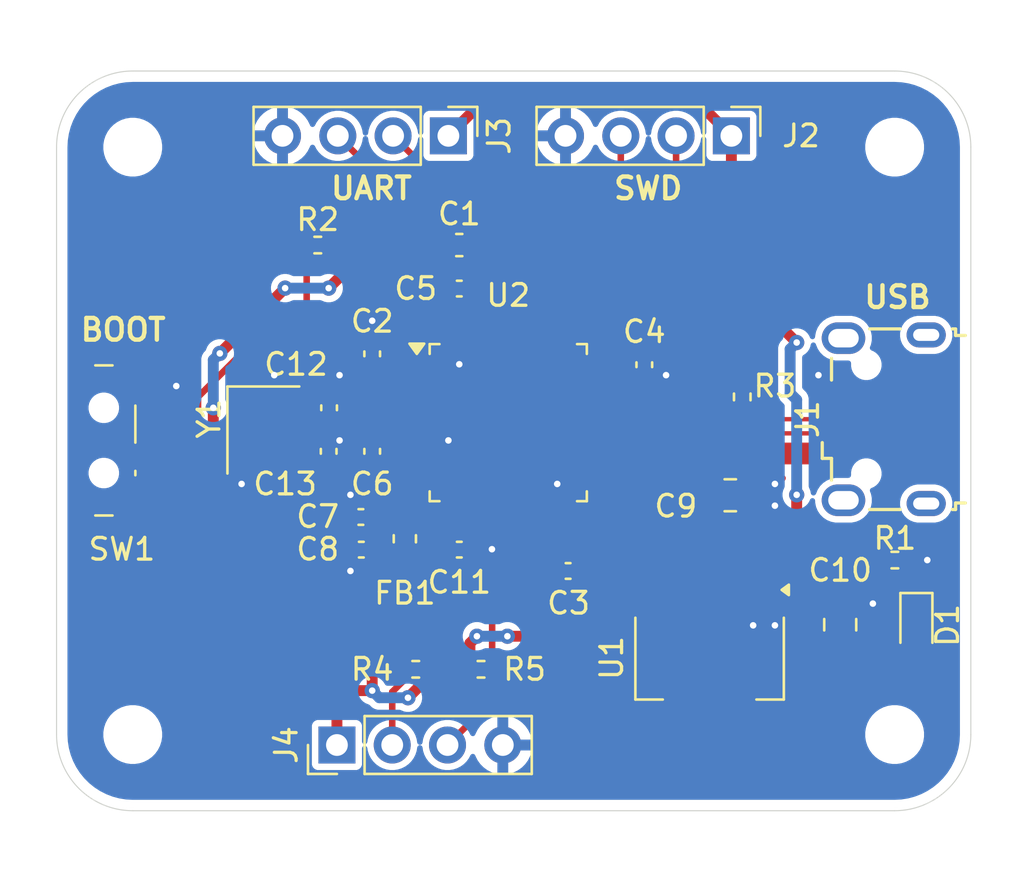
<source format=kicad_pcb>
(kicad_pcb (version 20241229) (generator "pcbnew") (generator_version "9.99")
  (layers (0 "F.Cu" signal) (2 "B.Cu" power) (13 "F.Paste" user) (15 "B.Paste" user) (5 "F.SilkS" user "F.Silkscreen") (7 "B.SilkS" user "B.Silkscreen") (1 "F.Mask" user) (3 "B.Mask" user) (25 "Edge.Cuts" user))
  (net 0 "")
  (net 1 "+3.3V")
  (net 2 "GND")
  (net 3 "+3.3VA")
  (net 4 "VBUS")
  (net 5 "/NRST")
  (net 6 "/HSE_IN")
  (net 7 "/HSE_UOT")
  (net 8 "/PWR-LED-K")
  (net 10 "/USB_D-")
  (net 14 "/USB_D+")
  (net 16 "/SWDIO")
  (net 17 "/SWCLK")
  (net 18 "/USART1_RX")
  (net 19 "/USART1_TX")
  (net 20 "/I2C2_SDA")
  (net 21 "/I2C2_SCL")
  (net 22 "/boot0")
  (net 23 "/sw_boot0")
  (footprint "Connector_PinHeader_2.54mm:PinHeader_1x04_P2.54mm_Vertical" (layer "F.Cu") (at 127.88 109 90)
    (property "Reference" "J4" (at 0 -2.33 90) (layer "F.SilkS"))
    (property "Value" "Conn_01x04_Pin")
    (fp_line (start -1.33 -1.33) (end 0 -1.33) (stroke (width 0.12)) (layer "F.SilkS"))
    (fp_line (start -1.33 0) (end -1.33 -1.33) (stroke (width 0.12)) (layer "F.SilkS"))
    (fp_line (start 1.33 1.27) (end 1.33 8.95) (stroke (width 0.12)) (layer "F.SilkS"))
    (fp_line (start -1.33 1.27) (end 1.33 1.27) (stroke (width 0.12)) (layer "F.SilkS"))
    (fp_line (start -1.33 1.27) (end -1.33 8.95) (stroke (width 0.12)) (layer "F.SilkS"))
    (fp_line (start -1.33 8.95) (end 1.33 8.95) (stroke (width 0.12)) (layer "F.SilkS"))
    (pad "1" thru_hole rect (at 0 0 90) (size 1.7 1.7) (drill 1) (layers "*.Cu" "*.Mask") (net 1 "+3.3V"))
    (pad "2" thru_hole oval (at 0 2.54 90) (size 1.7 1.7) (drill 1) (layers "*.Cu" "*.Mask") (net 21 "/I2C2_SCL"))
    (pad "3" thru_hole oval (at 0 5.08 90) (size 1.7 1.7) (drill 1) (layers "*.Cu" "*.Mask") (net 20 "/I2C2_SDA"))
    (pad "4" thru_hole oval (at 0 7.62 90) (size 1.7 1.7) (drill 1) (layers "*.Cu" "*.Mask") (net 2 "GND"))
  )
  (footprint "Capacitor_SMD:C_0402_1005Metric" (layer "F.Cu") (at 127.5 95.5 90)
    (property "Reference" "C13" (at -1.5 -2 0) (layer "F.SilkS"))
    (property "Value" "10p")
    (fp_line (start -0.107836 -0.36) (end 0.107836 -0.36) (stroke (width 0.12)) (layer "F.SilkS"))
    (fp_line (start -0.107836 0.36) (end 0.107836 0.36) (stroke (width 0.12)) (layer "F.SilkS"))
    (pad "1" smd roundrect (at -0.48 0 90) (size 0.56 0.62) (layers "F.Cu" "F.Mask" "F.Paste") (net 7 "/HSE_UOT"))
    (pad "2" smd roundrect (at 0.48 0 90) (size 0.56 0.62) (layers "F.Cu" "F.Mask" "F.Paste") (net 2 "GND"))
  )
  (footprint "Package_QFP:LQFP-48_7x7mm_P0.5mm" (layer "F.Cu") (at 135.75 94.1825)
    (property "Reference" "U2" (at 0 -5.85 0) (layer "F.SilkS"))
    (property "Value" "STM32F103C_8-B_Tx")
    (fp_line (start -3.61 -3.61) (end -3.61 -3.16) (stroke (width 0.12)) (layer "F.SilkS"))
    (fp_line (start -3.61 3.61) (end -3.61 3.16) (stroke (width 0.12)) (layer "F.SilkS"))
    (fp_line (start -3.16 -3.61) (end -3.61 -3.61) (stroke (width 0.12)) (layer "F.SilkS"))
    (fp_line (start -3.16 3.61) (end -3.61 3.61) (stroke (width 0.12)) (layer "F.SilkS"))
    (fp_line (start 3.16 -3.61) (end 3.61 -3.61) (stroke (width 0.12)) (layer "F.SilkS"))
    (fp_line (start 3.16 3.61) (end 3.61 3.61) (stroke (width 0.12)) (layer "F.SilkS"))
    (fp_line (start 3.61 -3.61) (end 3.61 -3.16) (stroke (width 0.12)) (layer "F.SilkS"))
    (fp_line (start 3.61 3.61) (end 3.61 3.16) (stroke (width 0.12)) (layer "F.SilkS"))
    (fp_poly (pts (xy -4.2 -3.16) (xy -4.54 -3.63) (xy -3.86 -3.63) (xy -4.2 -3.16)) (stroke (width 0.12)) (fill yes) (layer "F.SilkS"))
    (pad "1" smd roundrect (at -4.1625 -2.75) (size 1.475 0.3) (layers "F.Cu" "F.Mask" "F.Paste") (net 1 "+3.3V"))
    (pad "2" smd roundrect (at -4.1625 -2.25) (size 1.475 0.3) (layers "F.Cu" "F.Mask" "F.Paste"))
    (pad "3" smd roundrect (at -4.1625 -1.75) (size 1.475 0.3) (layers "F.Cu" "F.Mask" "F.Paste"))
    (pad "4" smd roundrect (at -4.1625 -1.25) (size 1.475 0.3) (layers "F.Cu" "F.Mask" "F.Paste"))
    (pad "5" smd roundrect (at -4.1625 -0.75) (size 1.475 0.3) (layers "F.Cu" "F.Mask" "F.Paste") (net 6 "/HSE_IN"))
    (pad "6" smd roundrect (at -4.1625 -0.25) (size 1.475 0.3) (layers "F.Cu" "F.Mask" "F.Paste") (net 7 "/HSE_UOT"))
    (pad "7" smd roundrect (at -4.1625 0.25) (size 1.475 0.3) (layers "F.Cu" "F.Mask" "F.Paste") (net 5 "/NRST"))
    (pad "8" smd roundrect (at -4.1625 0.75) (size 1.475 0.3) (layers "F.Cu" "F.Mask" "F.Paste") (net 2 "GND"))
    (pad "9" smd roundrect (at -4.1625 1.25) (size 1.475 0.3) (layers "F.Cu" "F.Mask" "F.Paste") (net 3 "+3.3VA"))
    (pad "10" smd roundrect (at -4.1625 1.75) (size 1.475 0.3) (layers "F.Cu" "F.Mask" "F.Paste"))
    (pad "11" smd roundrect (at -4.1625 2.25) (size 1.475 0.3) (layers "F.Cu" "F.Mask" "F.Paste"))
    (pad "12" smd roundrect (at -4.1625 2.75) (size 1.475 0.3) (layers "F.Cu" "F.Mask" "F.Paste"))
    (pad "13" smd roundrect (at -2.75 4.1625) (size 0.3 1.475) (layers "F.Cu" "F.Mask" "F.Paste"))
    (pad "14" smd roundrect (at -2.25 4.1625) (size 0.3 1.475) (layers "F.Cu" "F.Mask" "F.Paste"))
    (pad "15" smd roundrect (at -1.75 4.1625) (size 0.3 1.475) (layers "F.Cu" "F.Mask" "F.Paste"))
    (pad "16" smd roundrect (at -1.25 4.1625) (size 0.3 1.475) (layers "F.Cu" "F.Mask" "F.Paste"))
    (pad "17" smd roundrect (at -0.75 4.1625) (size 0.3 1.475) (layers "F.Cu" "F.Mask" "F.Paste"))
    (pad "18" smd roundrect (at -0.25 4.1625) (size 0.3 1.475) (layers "F.Cu" "F.Mask" "F.Paste"))
    (pad "19" smd roundrect (at 0.25 4.1625) (size 0.3 1.475) (layers "F.Cu" "F.Mask" "F.Paste"))
    (pad "20" smd roundrect (at 0.75 4.1625) (size 0.3 1.475) (layers "F.Cu" "F.Mask" "F.Paste"))
    (pad "21" smd roundrect (at 1.25 4.1625) (size 0.3 1.475) (layers "F.Cu" "F.Mask" "F.Paste") (net 21 "/I2C2_SCL"))
    (pad "22" smd roundrect (at 1.75 4.1625) (size 0.3 1.475) (layers "F.Cu" "F.Mask" "F.Paste") (net 20 "/I2C2_SDA"))
    (pad "23" smd roundrect (at 2.25 4.1625) (size 0.3 1.475) (layers "F.Cu" "F.Mask" "F.Paste") (net 2 "GND"))
    (pad "24" smd roundrect (at 2.75 4.1625) (size 0.3 1.475) (layers "F.Cu" "F.Mask" "F.Paste") (net 1 "+3.3V"))
    (pad "25" smd roundrect (at 4.1625 2.75) (size 1.475 0.3) (layers "F.Cu" "F.Mask" "F.Paste"))
    (pad "26" smd roundrect (at 4.1625 2.25) (size 1.475 0.3) (layers "F.Cu" "F.Mask" "F.Paste"))
    (pad "27" smd roundrect (at 4.1625 1.75) (size 1.475 0.3) (layers "F.Cu" "F.Mask" "F.Paste"))
    (pad "28" smd roundrect (at 4.1625 1.25) (size 1.475 0.3) (layers "F.Cu" "F.Mask" "F.Paste"))
    (pad "29" smd roundrect (at 4.1625 0.75) (size 1.475 0.3) (layers "F.Cu" "F.Mask" "F.Paste"))
    (pad "30" smd roundrect (at 4.1625 0.25) (size 1.475 0.3) (layers "F.Cu" "F.Mask" "F.Paste"))
    (pad "31" smd roundrect (at 4.1625 -0.25) (size 1.475 0.3) (layers "F.Cu" "F.Mask" "F.Paste"))
    (pad "32" smd roundrect (at 4.1625 -0.75) (size 1.475 0.3) (layers "F.Cu" "F.Mask" "F.Paste") (net 10 "/USB_D-"))
    (pad "33" smd roundrect (at 4.1625 -1.25) (size 1.475 0.3) (layers "F.Cu" "F.Mask" "F.Paste") (net 14 "/USB_D+"))
    (pad "34" smd roundrect (at 4.1625 -1.75) (size 1.475 0.3) (layers "F.Cu" "F.Mask" "F.Paste") (net 16 "/SWDIO"))
    (pad "35" smd roundrect (at 4.1625 -2.25) (size 1.475 0.3) (layers "F.Cu" "F.Mask" "F.Paste") (net 2 "GND"))
    (pad "36" smd roundrect (at 4.1625 -2.75) (size 1.475 0.3) (layers "F.Cu" "F.Mask" "F.Paste") (net 1 "+3.3V"))
    (pad "37" smd roundrect (at 2.75 -4.1625) (size 0.3 1.475) (layers "F.Cu" "F.Mask" "F.Paste") (net 17 "/SWCLK"))
    (pad "38" smd roundrect (at 2.25 -4.1625) (size 0.3 1.475) (layers "F.Cu" "F.Mask" "F.Paste"))
    (pad "39" smd roundrect (at 1.75 -4.1625) (size 0.3 1.475) (layers "F.Cu" "F.Mask" "F.Paste"))
    (pad "40" smd roundrect (at 1.25 -4.1625) (size 0.3 1.475) (layers "F.Cu" "F.Mask" "F.Paste"))
    (pad "41" smd roundrect (at 0.75 -4.1625) (size 0.3 1.475) (layers "F.Cu" "F.Mask" "F.Paste"))
    (pad "42" smd roundrect (at 0.25 -4.1625) (size 0.3 1.475) (layers "F.Cu" "F.Mask" "F.Paste") (net 19 "/USART1_TX"))
    (pad "43" smd roundrect (at -0.25 -4.1625) (size 0.3 1.475) (layers "F.Cu" "F.Mask" "F.Paste") (net 18 "/USART1_RX"))
    (pad "44" smd roundrect (at -0.75 -4.1625) (size 0.3 1.475) (layers "F.Cu" "F.Mask" "F.Paste") (net 22 "/boot0"))
    (pad "45" smd roundrect (at -1.25 -4.1625) (size 0.3 1.475) (layers "F.Cu" "F.Mask" "F.Paste"))
    (pad "46" smd roundrect (at -1.75 -4.1625) (size 0.3 1.475) (layers "F.Cu" "F.Mask" "F.Paste"))
    (pad "47" smd roundrect (at -2.25 -4.1625) (size 0.3 1.475) (layers "F.Cu" "F.Mask" "F.Paste") (net 2 "GND"))
    (pad "48" smd roundrect (at -2.75 -4.1625) (size 0.3 1.475) (layers "F.Cu" "F.Mask" "F.Paste") (net 1 "+3.3V"))
  )
  (footprint "Capacitor_SMD:C_0402_1005Metric" (layer "F.Cu") (at 127.52 93.5 90)
    (property "Reference" "C12" (at 2 -1.52 180) (layer "F.SilkS"))
    (property "Value" "10p")
    (fp_line (start -0.107836 -0.36) (end 0.107836 -0.36) (stroke (width 0.12)) (layer "F.SilkS"))
    (fp_line (start -0.107836 0.36) (end 0.107836 0.36) (stroke (width 0.12)) (layer "F.SilkS"))
    (pad "1" smd roundrect (at -0.48 0 90) (size 0.56 0.62) (layers "F.Cu" "F.Mask" "F.Paste") (net 6 "/HSE_IN"))
    (pad "2" smd roundrect (at 0.48 0 90) (size 0.56 0.62) (layers "F.Cu" "F.Mask" "F.Paste") (net 2 "GND"))
  )
  (footprint "Connector_PinHeader_2.54mm:PinHeader_1x04_P2.54mm_Vertical" (layer "F.Cu") (at 146 81 -90)
    (property "Reference" "J2" (at 0 -3.2 180) (layer "F.SilkS"))
    (property "Value" "Conn_01x04_Pin")
    (fp_line (start -1.33 8.95) (end 1.33 8.95) (stroke (width 0.12)) (layer "F.SilkS"))
    (fp_line (start -1.33 1.27) (end -1.33 8.95) (stroke (width 0.12)) (layer "F.SilkS"))
    (fp_line (start -1.33 1.27) (end 1.33 1.27) (stroke (width 0.12)) (layer "F.SilkS"))
    (fp_line (start 1.33 1.27) (end 1.33 8.95) (stroke (width 0.12)) (layer "F.SilkS"))
    (fp_line (start -1.33 0) (end -1.33 -1.33) (stroke (width 0.12)) (layer "F.SilkS"))
    (fp_line (start -1.33 -1.33) (end 0 -1.33) (stroke (width 0.12)) (layer "F.SilkS"))
    (pad "1" thru_hole rect (at 0 0 270) (size 1.7 1.7) (drill 1) (layers "*.Cu" "*.Mask") (net 1 "+3.3V"))
    (pad "2" thru_hole oval (at 0 2.54 270) (size 1.7 1.7) (drill 1) (layers "*.Cu" "*.Mask") (net 16 "/SWDIO"))
    (pad "3" thru_hole oval (at 0 5.08 270) (size 1.7 1.7) (drill 1) (layers "*.Cu" "*.Mask") (net 17 "/SWCLK"))
    (pad "4" thru_hole oval (at 0 7.62 270) (size 1.7 1.7) (drill 1) (layers "*.Cu" "*.Mask") (net 2 "GND"))
  )
  (footprint "Crystal:Crystal_SMD_3225-4Pin_3.2x2.5mm" (layer "F.Cu") (at 124.5 94.52 -90)
    (property "Reference" "Y1" (at -0.52 2.5 90) (layer "F.SilkS"))
    (property "Value" "16MHz")
    (fp_line (start -2 1.65) (end 2 1.65) (stroke (width 0.12)) (layer "F.SilkS"))
    (fp_line (start -2 -1.65) (end -2 1.65) (stroke (width 0.12)) (layer "F.SilkS"))
    (pad "1" smd rect (at -1.1 0.85 270) (size 1.4 1.2) (layers "F.Cu" "F.Mask" "F.Paste") (net 6 "/HSE_IN"))
    (pad "2" smd rect (at 1.1 0.85 270) (size 1.4 1.2) (layers "F.Cu" "F.Mask" "F.Paste") (net 2 "GND"))
    (pad "3" smd rect (at 1.1 -0.85 270) (size 1.4 1.2) (layers "F.Cu" "F.Mask" "F.Paste") (net 7 "/HSE_UOT"))
    (pad "4" smd rect (at -1.1 -0.85 270) (size 1.4 1.2) (layers "F.Cu" "F.Mask" "F.Paste") (net 2 "GND"))
  )
  (footprint "Capacitor_SMD:C_0402_1005Metric" (layer "F.Cu") (at 138.5 101 180)
    (property "Reference" "C3" (at -0.02 -1.48 0) (layer "F.SilkS"))
    (property "Value" "100n")
    (fp_line (start -0.107836 0.36) (end 0.107836 0.36) (stroke (width 0.12)) (layer "F.SilkS"))
    (fp_line (start -0.107836 -0.36) (end 0.107836 -0.36) (stroke (width 0.12)) (layer "F.SilkS"))
    (pad "1" smd roundrect (at -0.48 0 180) (size 0.56 0.62) (layers "F.Cu" "F.Mask" "F.Paste") (net 1 "+3.3V"))
    (pad "2" smd roundrect (at 0.48 0 180) (size 0.56 0.62) (layers "F.Cu" "F.Mask" "F.Paste") (net 2 "GND"))
  )
  (footprint "Resistor_SMD:R_0402_1005Metric" (layer "F.Cu") (at 131.5 105.52 180)
    (property "Reference" "R4" (at 2 0 0) (layer "F.SilkS"))
    (property "Value" "1K5")
    (fp_line (start -0.153641 0.38) (end 0.153641 0.38) (stroke (width 0.12)) (layer "F.SilkS"))
    (fp_line (start -0.153641 -0.38) (end 0.153641 -0.38) (stroke (width 0.12)) (layer "F.SilkS"))
    (pad "1" smd roundrect (at -0.51 0 180) (size 0.54 0.64) (layers "F.Cu" "F.Mask" "F.Paste") (net 1 "+3.3V"))
    (pad "2" smd roundrect (at 0.51 0 180) (size 0.54 0.64) (layers "F.Cu" "F.Mask" "F.Paste") (net 21 "/I2C2_SCL"))
  )
  (footprint "Capacitor_SMD:C_0805_2012Metric" (layer "F.Cu") (at 145.95 97.52)
    (property "Reference" "C9" (at -2.5 0.5 0) (layer "F.SilkS"))
    (property "Value" "22u")
    (fp_line (start -0.261252 -0.735) (end 0.261252 -0.735) (stroke (width 0.12)) (layer "F.SilkS"))
    (fp_line (start -0.261252 0.735) (end 0.261252 0.735) (stroke (width 0.12)) (layer "F.SilkS"))
    (pad "1" smd roundrect (at -0.95 0) (size 1 1.45) (layers "F.Cu" "F.Mask" "F.Paste") (net 4 "VBUS"))
    (pad "2" smd roundrect (at 0.95 0) (size 1 1.45) (layers "F.Cu" "F.Mask" "F.Paste") (net 2 "GND"))
  )
  (footprint "Connector_USB:USB_Micro-B_Wuerth_629105150521" (layer "F.Cu") (at 153 94.025 90)
    (property "Reference" "J1" (at 0 -3.5 90) (layer "F.SilkS"))
    (property "Value" "USB_B_Micro")
    (fp_line (start -1.075 -2.825) (end -1.8 -2.825) (stroke (width 0.15)) (layer "F.SilkS"))
    (fp_line (start -1.8 -2.825) (end -1.8 -2.4) (stroke (width 0.15)) (layer "F.SilkS"))
    (fp_line (start 1.8 -2.4) (end 2.8 -2.4) (stroke (width 0.15)) (layer "F.SilkS"))
    (fp_line (start -1.8 -2.4) (end -2.8 -2.4) (stroke (width 0.15)) (layer "F.SilkS"))
    (fp_line (start -4.15 -0.65) (end -4.15 0.75) (stroke (width 0.15)) (layer "F.SilkS"))
    (fp_line (start 4.15 0.75) (end 4.15 -0.65) (stroke (width 0.15)) (layer "F.SilkS"))
    (fp_line (start -4.15 3.15) (end -4.15 3.3) (stroke (width 0.15)) (layer "F.SilkS"))
    (fp_line (start 4.15 3.3) (end 4.15 3.15) (stroke (width 0.15)) (layer "F.SilkS"))
    (fp_line (start 3.85 3.3) (end 4.15 3.3) (stroke (width 0.15)) (layer "F.SilkS"))
    (fp_line (start -3.85 3.3) (end -3.85 3.75) (stroke (width 0.15)) (layer "F.SilkS"))
    (fp_line (start -4.15 3.3) (end -3.85 3.3) (stroke (width 0.15)) (layer "F.SilkS"))
    (fp_line (start 3.85 3.75) (end 3.85 3.3) (stroke (width 0.15)) (layer "F.SilkS"))
    (pad "" np_thru_hole oval (at -2.5 -0.8 90) (size 0.8 0.8) (drill 0.8) (layers "*.Cu" "*.Mask"))
    (pad "" np_thru_hole oval (at 2.5 -0.8 90) (size 0.8 0.8) (drill 0.8) (layers "*.Cu" "*.Mask"))
    (pad "1" smd rect (at -1.3 -1.9 90) (size 0.45 1.3) (layers "F.Cu" "F.Mask" "F.Paste") (net 4 "VBUS"))
    (pad "2" smd rect (at -0.65 -1.9 90) (size 0.45 1.3) (layers "F.Cu" "F.Mask" "F.Paste") (net 10 "/USB_D-"))
    (pad "3" smd rect (at 0 -1.9 90) (size 0.45 1.3) (layers "F.Cu" "F.Mask" "F.Paste") (net 14 "/USB_D+"))
    (pad "4" smd rect (at 0.65 -1.9 90) (size 0.45 1.3) (layers "F.Cu" "F.Mask" "F.Paste"))
    (pad "5" smd rect (at 1.3 -1.9 90) (size 0.45 1.3) (layers "F.Cu" "F.Mask" "F.Paste") (net 2 "GND"))
    (pad "6" thru_hole oval (at -3.875 1.95 90) (size 1.15 1.8) (drill oval 0.55 1.2) (property pad_prop_heatsink) (layers "*.Cu" "*.Mask"))
    (pad "6" thru_hole oval (at -3.725 -1.85 90) (size 1.45 2) (drill oval 0.85 1.4) (property pad_prop_heatsink) (layers "*.Cu" "*.Mask"))
    (pad "6" thru_hole oval (at 3.725 -1.85 90) (size 1.45 2) (drill oval 0.85 1.4) (property pad_prop_heatsink) (layers "*.Cu" "*.Mask"))
    (pad "6" thru_hole oval (at 3.875 1.95 90) (size 1.15 1.8) (drill oval 0.55 1.2) (property pad_prop_heatsink) (layers "*.Cu" "*.Mask"))
  )
  (footprint "Resistor_SMD:R_0402_1005Metric" (layer "F.Cu") (at 134.5 105.52)
    (property "Reference" "R5" (at 2 0 0) (layer "F.SilkS"))
    (property "Value" "1K5")
    (fp_line (start -0.153641 -0.38) (end 0.153641 -0.38) (stroke (width 0.12)) (layer "F.SilkS"))
    (fp_line (start -0.153641 0.38) (end 0.153641 0.38) (stroke (width 0.12)) (layer "F.SilkS"))
    (pad "1" smd roundrect (at -0.51 0) (size 0.54 0.64) (layers "F.Cu" "F.Mask" "F.Paste") (net 1 "+3.3V"))
    (pad "2" smd roundrect (at 0.51 0) (size 0.54 0.64) (layers "F.Cu" "F.Mask" "F.Paste") (net 20 "/I2C2_SDA"))
  )
  (footprint "MountingHole:MountingHole_2.2mm_M2" (layer "F.Cu") (at 118.5 108.52)
    (property "Reference" "H4" (hide yes))
    (property "Value" "MountingHole")
    (pad "" np_thru_hole circle (at 0 0) (size 2.2 2.2) (drill 2.2) (layers "*.Cu" "*.Mask"))
  )
  (footprint "MountingHole:MountingHole_2.2mm_M2" (layer "F.Cu") (at 153.5 81.52)
    (property "Reference" "H2" (hide yes))
    (property "Value" "MountingHole")
    (pad "" np_thru_hole circle (at 0 0) (size 2.2 2.2) (drill 2.2) (layers "*.Cu" "*.Mask"))
  )
  (footprint "LED_SMD:LED_0603_1608Metric" (layer "F.Cu") (at 154.5 103.5 -90)
    (property "Reference" "D1" (at 0 -1.43 90) (layer "F.SilkS"))
    (property "Value" "red")
    (fp_line (start -1.485 0.735) (end 0.8 0.735) (stroke (width 0.12)) (layer "F.SilkS"))
    (fp_line (start -1.485 -0.735) (end -1.485 0.735) (stroke (width 0.12)) (layer "F.SilkS"))
    (fp_line (start 0.8 -0.735) (end -1.485 -0.735) (stroke (width 0.12)) (layer "F.SilkS"))
    (pad "1" smd roundrect (at -0.7875 0 270) (size 0.875 0.95) (layers "F.Cu" "F.Mask" "F.Paste") (net 8 "/PWR-LED-K"))
    (pad "2" smd roundrect (at 0.7875 0 270) (size 0.875 0.95) (layers "F.Cu" "F.Mask" "F.Paste") (net 1 "+3.3V"))
  )
  (footprint "Capacitor_SMD:C_0402_1005Metric" (layer "F.Cu") (at 133.5 88.02)
    (property "Reference" "C5" (at -2 0 0) (layer "F.SilkS"))
    (property "Value" "100n")
    (fp_line (start -0.107836 -0.36) (end 0.107836 -0.36) (stroke (width 0.12)) (layer "F.SilkS"))
    (fp_line (start -0.107836 0.36) (end 0.107836 0.36) (stroke (width 0.12)) (layer "F.SilkS"))
    (pad "1" smd roundrect (at -0.48 0) (size 0.56 0.62) (layers "F.Cu" "F.Mask" "F.Paste") (net 1 "+3.3V"))
    (pad "2" smd roundrect (at 0.48 0) (size 0.56 0.62) (layers "F.Cu" "F.Mask" "F.Paste") (net 2 "GND"))
  )
  (footprint "MountingHole:MountingHole_2.2mm_M2" (layer "F.Cu") (at 118.5 81.52)
    (property "Reference" "H1" (hide yes))
    (property "Value" "MountingHole")
    (pad "" np_thru_hole circle (at 0 0) (size 2.2 2.2) (drill 2.2) (layers "*.Cu" "*.Mask"))
  )
  (footprint "Capacitor_SMD:C_0402_1005Metric" (layer "F.Cu") (at 133.5 100.02)
    (property "Reference" "C11" (at 0 1.5 0) (layer "F.SilkS"))
    (property "Value" "100n")
    (fp_line (start -0.107836 -0.36) (end 0.107836 -0.36) (stroke (width 0.12)) (layer "F.SilkS"))
    (fp_line (start -0.107836 0.36) (end 0.107836 0.36) (stroke (width 0.12)) (layer "F.SilkS"))
    (pad "1" smd roundrect (at -0.48 0) (size 0.56 0.62) (layers "F.Cu" "F.Mask" "F.Paste") (net 5 "/NRST"))
    (pad "2" smd roundrect (at 0.48 0) (size 0.56 0.62) (layers "F.Cu" "F.Mask" "F.Paste") (net 2 "GND"))
  )
  (footprint "MountingHole:MountingHole_2.2mm_M2" (layer "F.Cu") (at 153.5 108.52)
    (property "Reference" "H3" (hide yes))
    (property "Value" "MountingHole")
    (pad "" np_thru_hole circle (at 0 0) (size 2.2 2.2) (drill 2.2) (layers "*.Cu" "*.Mask"))
  )
  (footprint "Resistor_SMD:R_0402_1005Metric" (layer "F.Cu") (at 127 86.02)
    (property "Reference" "R2" (at 0 -1.17 0) (layer "F.SilkS"))
    (property "Value" "10k")
    (fp_line (start -0.153641 -0.38) (end 0.153641 -0.38) (stroke (width 0.12)) (layer "F.SilkS"))
    (fp_line (start -0.153641 0.38) (end 0.153641 0.38) (stroke (width 0.12)) (layer "F.SilkS"))
    (pad "1" smd roundrect (at -0.51 0) (size 0.54 0.64) (layers "F.Cu" "F.Mask" "F.Paste") (net 23 "/sw_boot0"))
    (pad "2" smd roundrect (at 0.51 0) (size 0.54 0.64) (layers "F.Cu" "F.Mask" "F.Paste") (net 22 "/boot0"))
  )
  (footprint "Capacitor_SMD:C_0805_2012Metric" (layer "F.Cu") (at 151 103.47 90)
    (property "Reference" "C10" (at 2.5 0 180) (layer "F.SilkS"))
    (property "Value" "22u")
    (fp_line (start -0.261252 -0.735) (end 0.261252 -0.735) (stroke (width 0.12)) (layer "F.SilkS"))
    (fp_line (start -0.261252 0.735) (end 0.261252 0.735) (stroke (width 0.12)) (layer "F.SilkS"))
    (pad "1" smd roundrect (at -0.95 0 90) (size 1 1.45) (layers "F.Cu" "F.Mask" "F.Paste") (net 1 "+3.3V"))
    (pad "2" smd roundrect (at 0.95 0 90) (size 1 1.45) (layers "F.Cu" "F.Mask" "F.Paste") (net 2 "GND"))
  )
  (footprint "Package_TO_SOT_SMD:SOT-223-3_TabPin2" (layer "F.Cu") (at 145 105 -90)
    (property "Reference" "U1" (at 0 4.5 90) (layer "F.SilkS"))
    (property "Value" "AMS1117-3.3")
    (fp_line (start -1.85 3.41) (end 1.91 3.41) (stroke (width 0.12)) (layer "F.SilkS"))
    (fp_line (start 1.91 3.41) (end 1.91 2.15) (stroke (width 0.12)) (layer "F.SilkS"))
    (fp_line (start -1.85 -3.41) (end 1.91 -3.41) (stroke (width 0.12)) (layer "F.SilkS"))
    (fp_line (start 1.91 -3.41) (end 1.91 -2.15) (stroke (width 0.12)) (layer "F.SilkS"))
    (fp_poly (pts (xy -3.13 -3.31) (xy -3.37 -3.64) (xy -2.89 -3.64) (xy -3.13 -3.31)) (stroke (width 0.12)) (fill yes) (layer "F.SilkS"))
    (pad "1" smd roundrect (at -3.15 -2.3 270) (size 2 1.5) (layers "F.Cu" "F.Mask" "F.Paste") (net 2 "GND"))
    (pad "2" smd roundrect (at -3.15 0 270) (size 2 1.5) (layers "F.Cu" "F.Mask" "F.Paste") (net 1 "+3.3V"))
    (pad "2" smd roundrect (at 3.15 0 270) (size 2 3.8) (layers "F.Cu" "F.Mask" "F.Paste") (net 1 "+3.3V"))
    (pad "3" smd roundrect (at -3.15 2.3 270) (size 2 1.5) (layers "F.Cu" "F.Mask" "F.Paste") (net 4 "VBUS"))
  )
  (footprint "Capacitor_SMD:C_0402_1005Metric" (layer "F.Cu") (at 142 91.52 -90)
    (property "Reference" "C4" (at -1.52 0 0) (layer "F.SilkS"))
    (property "Value" "100n")
    (fp_line (start -0.107836 0.36) (end 0.107836 0.36) (stroke (width 0.12)) (layer "F.SilkS"))
    (fp_line (start -0.107836 -0.36) (end 0.107836 -0.36) (stroke (width 0.12)) (layer "F.SilkS"))
    (pad "1" smd roundrect (at -0.48 0 270) (size 0.56 0.62) (layers "F.Cu" "F.Mask" "F.Paste") (net 1 "+3.3V"))
    (pad "2" smd roundrect (at 0.48 0 270) (size 0.56 0.62) (layers "F.Cu" "F.Mask" "F.Paste") (net 2 "GND"))
  )
  (footprint "Capacitor_SMD:C_0402_1005Metric" (layer "F.Cu") (at 129.5 95.5 90)
    (property "Reference" "C6" (at -1.5 0 180) (layer "F.SilkS"))
    (property "Value" "10n")
    (fp_line (start -0.107836 -0.36) (end 0.107836 -0.36) (stroke (width 0.12)) (layer "F.SilkS"))
    (fp_line (start -0.107836 0.36) (end 0.107836 0.36) (stroke (width 0.12)) (layer "F.SilkS"))
    (pad "1" smd roundrect (at -0.48 0 90) (size 0.56 0.62) (layers "F.Cu" "F.Mask" "F.Paste") (net 3 "+3.3VA"))
    (pad "2" smd roundrect (at 0.48 0 90) (size 0.56 0.62) (layers "F.Cu" "F.Mask" "F.Paste") (net 2 "GND"))
  )
  (footprint "Capacitor_SMD:C_0402_1005Metric" (layer "F.Cu") (at 129 100.02 180)
    (property "Reference" "C8" (at 2 0.02 0) (layer "F.SilkS"))
    (property "Value" "1u")
    (fp_line (start -0.107836 0.36) (end 0.107836 0.36) (stroke (width 0.12)) (layer "F.SilkS"))
    (fp_line (start -0.107836 -0.36) (end 0.107836 -0.36) (stroke (width 0.12)) (layer "F.SilkS"))
    (pad "1" smd roundrect (at -0.48 0 180) (size 0.56 0.62) (layers "F.Cu" "F.Mask" "F.Paste") (net 1 "+3.3V"))
    (pad "2" smd roundrect (at 0.48 0 180) (size 0.56 0.62) (layers "F.Cu" "F.Mask" "F.Paste") (net 2 "GND"))
  )
  (footprint "Connector_PinHeader_2.54mm:PinHeader_1x04_P2.54mm_Vertical" (layer "F.Cu") (at 133 81 -90)
    (property "Reference" "J3" (at 0 -2.33 90) (layer "F.SilkS"))
    (property "Value" "Conn_01x04_Pin")
    (fp_line (start -1.33 8.95) (end 1.33 8.95) (stroke (width 0.12)) (layer "F.SilkS"))
    (fp_line (start -1.33 1.27) (end -1.33 8.95) (stroke (width 0.12)) (layer "F.SilkS"))
    (fp_line (start -1.33 1.27) (end 1.33 1.27) (stroke (width 0.12)) (layer "F.SilkS"))
    (fp_line (start 1.33 1.27) (end 1.33 8.95) (stroke (width 0.12)) (layer "F.SilkS"))
    (fp_line (start -1.33 0) (end -1.33 -1.33) (stroke (width 0.12)) (layer "F.SilkS"))
    (fp_line (start -1.33 -1.33) (end 0 -1.33) (stroke (width 0.12)) (layer "F.SilkS"))
    (pad "1" thru_hole rect (at 0 0 270) (size 1.7 1.7) (drill 1) (layers "*.Cu" "*.Mask") (net 1 "+3.3V"))
    (pad "2" thru_hole oval (at 0 2.54 270) (size 1.7 1.7) (drill 1) (layers "*.Cu" "*.Mask") (net 19 "/USART1_TX"))
    (pad "3" thru_hole oval (at 0 5.08 270) (size 1.7 1.7) (drill 1) (layers "*.Cu" "*.Mask") (net 18 "/USART1_RX"))
    (pad "4" thru_hole oval (at 0 7.62 270) (size 1.7 1.7) (drill 1) (layers "*.Cu" "*.Mask") (net 2 "GND"))
  )
  (footprint "Resistor_SMD:R_0402_1005Metric" (layer "F.Cu") (at 146.5 93 90)
    (property "Reference" "R3" (at 0.5 1.5 180) (layer "F.SilkS"))
    (property "Value" "1k5")
    (fp_line (start -0.153641 -0.38) (end 0.153641 -0.38) (stroke (width 0.12)) (layer "F.SilkS"))
    (fp_line (start -0.153641 0.38) (end 0.153641 0.38) (stroke (width 0.12)) (layer "F.SilkS"))
    (pad "1" smd roundrect (at -0.51 0 90) (size 0.54 0.64) (layers "F.Cu" "F.Mask" "F.Paste") (net 14 "/USB_D+"))
    (pad "2" smd roundrect (at 0.51 0 90) (size 0.54 0.64) (layers "F.Cu" "F.Mask" "F.Paste") (net 1 "+3.3V"))
  )
  (footprint "Capacitor_SMD:C_0402_1005Metric" (layer "F.Cu") (at 128.98 98.52 180)
    (property "Reference" "C7" (at 1.98 0.02 0) (layer "F.SilkS"))
    (property "Value" "1u")
    (fp_line (start -0.107836 0.36) (end 0.107836 0.36) (stroke (width 0.12)) (layer "F.SilkS"))
    (fp_line (start -0.107836 -0.36) (end 0.107836 -0.36) (stroke (width 0.12)) (layer "F.SilkS"))
    (pad "1" smd roundrect (at -0.48 0 180) (size 0.56 0.62) (layers "F.Cu" "F.Mask" "F.Paste") (net 3 "+3.3VA"))
    (pad "2" smd roundrect (at 0.48 0 180) (size 0.56 0.62) (layers "F.Cu" "F.Mask" "F.Paste") (net 2 "GND"))
  )
  (footprint "Capacitor_SMD:C_0402_1005Metric" (layer "F.Cu") (at 129.5 91.02 90)
    (property "Reference" "C2" (at 1.5 0 180) (layer "F.SilkS"))
    (property "Value" "100n")
    (fp_line (start -0.107836 -0.36) (end 0.107836 -0.36) (stroke (width 0.12)) (layer "F.SilkS"))
    (fp_line (start -0.107836 0.36) (end 0.107836 0.36) (stroke (width 0.12)) (layer "F.SilkS"))
    (pad "1" smd roundrect (at -0.48 0 90) (size 0.56 0.62) (layers "F.Cu" "F.Mask" "F.Paste") (net 1 "+3.3V"))
    (pad "2" smd roundrect (at 0.48 0 90) (size 0.56 0.62) (layers "F.Cu" "F.Mask" "F.Paste") (net 2 "GND"))
  )
  (footprint "Resistor_SMD:R_0402_1005Metric" (layer "F.Cu") (at 153.51 100.5 180)
    (property "Reference" "R1" (at 0 1 0) (layer "F.SilkS"))
    (property "Value" "1k5")
    (fp_line (start -0.153641 0.38) (end 0.153641 0.38) (stroke (width 0.12)) (layer "F.SilkS"))
    (fp_line (start -0.153641 -0.38) (end 0.153641 -0.38) (stroke (width 0.12)) (layer "F.SilkS"))
    (pad "1" smd roundrect (at -0.51 0 180) (size 0.54 0.64) (layers "F.Cu" "F.Mask" "F.Paste") (net 2 "GND"))
    (pad "2" smd roundrect (at 0.51 0 180) (size 0.54 0.64) (layers "F.Cu" "F.Mask" "F.Paste") (net 8 "/PWR-LED-K"))
  )
  (footprint "Button_Switch_SMD:SW_SPDT_PCM12" (layer "F.Cu") (at 117.5 95 -90)
    (property "Reference" "SW1" (at 5 -0.5 0) (layer "F.SilkS"))
    (property "Value" "SW_SPDT")
    (fp_line (start 3.45 0.72) (end 3.45 -0.07) (stroke (width 0.12)) (layer "F.SilkS"))
    (fp_line (start -3.45 -0.07) (end -3.45 0.72) (stroke (width 0.12)) (layer "F.SilkS"))
    (fp_line (start -1.6 -1.12) (end 0.1 -1.12) (stroke (width 0.12)) (layer "F.SilkS"))
    (fp_line (start 1.4 -1.12) (end 1.6 -1.12) (stroke (width 0.12)) (layer "F.SilkS"))
    (pad "" smd rect (at -3.65 -0.78 270) (size 1 0.8) (layers "F.Cu" "F.Mask" "F.Paste"))
    (pad "" smd rect (at -3.65 1.43 270) (size 1 0.8) (layers "F.Cu" "F.Mask" "F.Paste"))
    (pad "" np_thru_hole circle (at -1.5 0.33 270) (size 0.9 0.9) (drill 0.9) (layers "*.Cu" "*.Mask"))
    (pad "" np_thru_hole circle (at 1.5 0.33 270) (size 0.9 0.9) (drill 0.9) (layers "*.Cu" "*.Mask"))
    (pad "" smd rect (at 3.65 -0.78 270) (size 1 0.8) (layers "F.Cu" "F.Mask" "F.Paste"))
    (pad "" smd rect (at 3.65 1.43 270) (size 1 0.8) (layers "F.Cu" "F.Mask" "F.Paste"))
    (pad "1" smd rect (at -2.25 -1.43 270) (size 0.7 1.5) (layers "F.Cu" "F.Mask" "F.Paste") (net 2 "GND"))
    (pad "2" smd rect (at 0.75 -1.43 270) (size 0.7 1.5) (layers "F.Cu" "F.Mask" "F.Paste") (net 23 "/sw_boot0"))
    (pad "3" smd rect (at 2.25 -1.43 270) (size 0.7 1.5) (layers "F.Cu" "F.Mask" "F.Paste") (net 1 "+3.3V"))
  )
  (footprint "Inductor_SMD:L_0603_1608Metric" (layer "F.Cu") (at 131 99.52 -90)
    (property "Reference" "FB1" (at 2.5 0 180) (layer "F.SilkS"))
    (property "Value" "120R")
    (fp_line (start -0.162779 0.51) (end 0.162779 0.51) (stroke (width 0.12)) (layer "F.SilkS"))
    (fp_line (start -0.162779 -0.51) (end 0.162779 -0.51) (stroke (width 0.12)) (layer "F.SilkS"))
    (pad "1" smd roundrect (at -0.7875 0 270) (size 0.875 0.95) (layers "F.Cu" "F.Mask" "F.Paste") (net 3 "+3.3VA"))
    (pad "2" smd roundrect (at 0.7875 0 270) (size 0.875 0.95) (layers "F.Cu" "F.Mask" "F.Paste") (net 1 "+3.3V"))
  )
  (footprint "Capacitor_SMD:C_0603_1608Metric" (layer "F.Cu") (at 133.5 86.02)
    (property "Reference" "C1" (at 0 -1.43 0) (layer "F.SilkS"))
    (property "Value" "10u")
    (fp_line (start -0.14058 -0.51) (end 0.14058 -0.51) (stroke (width 0.12)) (layer "F.SilkS"))
    (fp_line (start -0.14058 0.51) (end 0.14058 0.51) (stroke (width 0.12)) (layer "F.SilkS"))
    (pad "1" smd roundrect (at -0.775 0) (size 0.9 0.95) (layers "F.Cu" "F.Mask" "F.Paste") (net 1 "+3.3V"))
    (pad "2" smd roundrect (at 0.775 0) (size 0.9 0.95) (layers "F.Cu" "F.Mask" "F.Paste") (net 2 "GND"))
  )
  (gr_arc (start 118.5 112.02) (mid 116.025126 110.994874) (end 115 108.52) (stroke (width 0.05)) (layer "Edge.Cuts"))
  (gr_arc (start 157 108.52) (mid 155.974874 110.994874) (end 153.5 112.02) (stroke (width 0.05)) (layer "Edge.Cuts"))
  (gr_arc (start 115 81.52) (mid 116.025126 79.045126) (end 118.5 78.02) (stroke (width 0.05)) (layer "Edge.Cuts"))
  (gr_line (start 118.5 112.02) (end 153.5 112.02) (stroke (width 0.05)) (layer "Edge.Cuts"))
  (gr_line (start 115 81.52) (end 115 108.52) (stroke (width 0.05)) (layer "Edge.Cuts"))
  (gr_arc (start 153.5 78.02) (mid 155.974874 79.045126) (end 157 81.52) (stroke (width 0.05)) (layer "Edge.Cuts"))
  (gr_line (start 157 108.52) (end 157 81.52) (stroke (width 0.05)) (layer "Edge.Cuts"))
  (gr_line (start 153.5 78.02) (end 118.5 78.02) (stroke (width 0.05)) (layer "Edge.Cuts"))
  (gr_text "USB" (at 152 89 0) (layer "F.SilkS") (effects (font (size 1 1) (thickness 0.2) (bold yes)) (justify left bottom)))
  (gr_text "UART\n" (at 127.5 84 0) (layer "F.SilkS") (effects (font (size 1 1) (thickness 0.2) (bold yes)) (justify left bottom)))
  (gr_text "SWD" (at 140.5 84 0) (layer "F.SilkS") (effects (font (size 1 1) (thickness 0.2) (bold yes)) (justify left bottom)))
  (gr_text "BOOT" (at 116 90.5 0) (layer "F.SilkS") (effects (font (size 1 1) (thickness 0.2) (bold yes)) (justify left bottom)))
  (segment (start 151.347528 100) (end 149 100) (width 0.5) (layer "F.Cu") (net 1))
  (segment (start 132.725 86.02) (end 132.725 86.725) (width 0.5) (layer "F.Cu") (net 1))
  (segment (start 133.99 105.52) (end 132.01 105.52) (width 0.5) (layer "F.Cu") (net 1))
  (segment (start 129.5 106.5) (end 128 106.5) (width 0.5) (layer "F.Cu") (net 1))
  (segment (start 149 100) (end 149 97.5) (width 0.5) (layer "F.Cu") (net 1))
  (segment (start 138.5 99.5) (end 139 100) (width 0.3) (layer "F.Cu") (net 1))
  (segment (start 144.5 87.5) (end 142 90) (width 0.5) (layer "F.Cu") (net 1))
  (segment (start 135 79) (end 133 81) (width 0.5) (layer "F.Cu") (net 1))
  (segment (start 138.98 107.98) (end 138.98 104) (width 0.5) (layer "F.Cu") (net 1))
  (segment (start 149 90.5) (end 146 87.5) (width 0.5) (layer "F.Cu") (net 1))
  (segment (start 139 100) (end 138.98 100.02) (width 0.3) (layer "F.Cu") (net 1))
  (segment (start 150 107.5) (end 150 110) (width 0.5) (layer "F.Cu") (net 1))
  (segment (start 138.5 98.345) (end 138.5 99.5) (width 0.3) (layer "F.Cu") (net 1))
  (segment (start 146 87.5) (end 146 81) (width 0.5) (layer "F.Cu") (net 1))
  (segment (start 151 104.42) (end 153 104.42) (width 0.5) (layer "F.Cu") (net 1))
  (segment (start 142 90) (end 142 91.04) (width 0.5) (layer "F.Cu") (net 1))
  (segment (start 133 90.02) (end 133 88.04) (width 0.3) (layer "F.Cu") (net 1))
  (segment (start 129.5 101.8075) (end 131 100.3075) (width 0.5) (layer "F.Cu") (net 1))
  (segment (start 130.5 91.5) (end 129.5 91.5) (width 0.3) (layer "F.Cu") (net 1))
  (segment (start 154.3675 104.42) (end 154.5 104.2875) (width 0.5) (layer "F.Cu") (net 1))
  (segment (start 127.88 106.62) (end 127.88 109) (width 0.5) (layer "F.Cu") (net 1))
  (segment (start 134.31 104) (end 133.99 104.32) (width 0.5) (layer "F.Cu") (net 1))
  (segment (start 153.301 101.953472) (end 151.347528 100) (width 0.5) (layer "F.Cu") (net 1))
  (segment (start 153.301 104.119) (end 153.301 101.953472) (width 0.5) (layer "F.Cu") (net 1))
  (segment (start 133.02 87.02) (end 133.02 88.02) (width 0.5) (layer "F.Cu") (net 1))
  (segment (start 128 106.5) (end 127.5 106.5) (width 0.5) (layer "F.Cu") (net 1))
  (segment (start 130.5675 91.4325) (end 131.5875 91.4325) (width 0.3) (layer "F.Cu") (net 1))
  (segment (start 132.01 105.52) (end 132.01 105.95995) (width 0.5) (layer "F.Cu") (net 1))
  (segment (start 138.98 100.02) (end 138.98 101) (width 0.3) (layer "F.Cu") (net 1))
  (segment (start 146 81) (end 144 79) (width 0.5) (layer "F.Cu") (net 1))
  (segment (start 131 100.3075) (end 129.7675 100.3075) (width 0.5) (layer "F.Cu") (net 1))
  (segment (start 129.5 106.5) (end 129.5 101.8075) (width 0.5) (layer "F.Cu") (net 1))
  (segment (start 124 103) (end 122.2 101.2) (width 0.5) (layer "F.Cu") (net 1))
  (segment (start 138.98 104) (end 138.98 101) (width 0.5) (layer "F.Cu") (net 1))
  (segment (start 139.9125 91.4325) (end 140.305 91.04) (width 0.3) (layer "F.Cu") (net 1))
  (segment (start 138.98 104) (end 135.71 104) (width 0.5) (layer "F.Cu") (net 1))
  (segment (start 122.2 97) (end 122.2 93.5) (width 0.5) (layer "F.Cu") (net 1))
  (segment (start 144 79) (end 135 79) (width 0.5) (layer "F.Cu") (net 1))
  (segment (start 127.5 88) (end 129.48 86.02) (width 0.5) (layer "F.Cu") (net 1))
  (segment (start 129.7675 100.3075) (end 129.48 100.02) (width 0.5) (layer "F.Cu") (net 1))
  (segment (start 131.5875 91.4325) (end 133 90.02) (width 0.3) (layer "F.Cu") (net 1))
  (segment (start 150 110) (end 141 110) (width 0.5) (layer "F.Cu") (net 1))
  (segment (start 127.5 106.5) (end 124 103) (width 0.5) (layer "F.Cu") (net 1))
  (segment (start 128 106.5) (end 127.88 106.62) (width 0.5) (layer "F.Cu") (net 1))
  (segment (start 133.99 104.32) (end 133.99 105.52) (width 0.5) (layer "F.Cu") (net 1))
  (segment (start 122.2 101.2) (end 122.2 97) (width 0.5) (layer "F.Cu") (net 1))
  (segment (start 132.725 86.725) (end 133.02 87.02) (width 0.5) (layer "F.Cu") (net 1))
  (segment (start 146.5 88) (end 146.5 92.49) (width 0.5) (layer "F.Cu") (net 1))
  (segment (start 122.2 97) (end 121.95 97.25) (width 0.5) (layer "F.Cu") (net 1))
  (segment (start 153 104.5) (end 150 107.5) (width 0.5) (layer "F.Cu") (net 1))
  (segment (start 140.305 91.04) (end 142 91.04) (width 0.3) (layer "F.Cu") (net 1))
  (segment (start 132.01 105.95995) (end 131.141904 106.828046) (width 0.5) (layer "F.Cu") (net 1))
  (segment (start 133 88.04) (end 133.02 88.02) (width 0.3) (layer "F.Cu") (net 1))
  (segment (start 141 110) (end 138.98 107.98) (width 0.5) (layer "F.Cu") (net 1))
  (segment (start 153 104.42) (end 154.3675 104.42) (width 0.5) (layer "F.Cu") (net 1))
  (segment (start 130.5 91.5) (end 130.5675 91.4325) (width 0.3) (layer "F.Cu") (net 1))
  (segment (start 121.95 97.25) (end 118.93 97.25) (width 0.5) (layer "F.Cu") (net 1))
  (segment (start 145.5 87.5) (end 144.5 87.5) (width 0.5) (layer "F.Cu") (net 1))
  (segment (start 153 104.42) (end 153.301 104.119) (width 0.5) (layer "F.Cu") (net 1))
  (segment (start 129.48 86.02) (end 132.725 86.02) (width 0.5) (layer "F.Cu") (net 1))
  (segment (start 153 104.42) (end 153 104.5) (width 0.5) (layer "F.Cu") (net 1))
  (segment (start 122.5 91) (end 125.5 88) (width 0.5) (layer "F.Cu") (net 1))
  (segment (start 146 87.5) (end 145.5 87.5) (width 0.5) (layer "F.Cu") (net 1))
  (via (at 149 97.5) (size 0.7) (drill 0.3) (layers "F.Cu" "B.Cu") (net 1))
  (via (at 122.5 91) (size 0.7) (drill 0.3) (layers "F.Cu" "B.Cu") (net 1))
  (via (at 125.5 88) (size 0.7) (drill 0.3) (layers "F.Cu" "B.Cu") (net 1))
  (via (at 131.141904 106.828046) (size 0.7) (drill 0.3) (layers "F.Cu" "B.Cu") (net 1))
  (via (at 134.31 104) (size 0.7) (drill 0.3) (layers "F.Cu" "B.Cu") (net 1))
  (via (at 122.2 93.5) (size 0.7) (drill 0.3) (layers "F.Cu" "B.Cu") (net 1))
  (via (at 135.71 104) (size 0.7) (drill 0.3) (layers "F.Cu" "B.Cu") (net 1))
  (via (at 129.5 106.5) (size 0.7) (drill 0.3) (layers "F.Cu" "B.Cu") (net 1))
  (via (at 149 90.5) (size 0.7) (drill 0.3) (layers "F.Cu" "B.Cu") (net 1))
  (via (at 127.5 88) (size 0.7) (drill 0.3) (layers "F.Cu" "B.Cu") (net 1))
  (segment (start 135.71 104) (end 134.31 104) (width 0.5) (layer "B.Cu") (net 1))
  (segment (start 148.699 92.831786) (end 148.699 90.801) (width 0.5) (layer "B.Cu") (net 1))
  (segment (start 122.2 93.5) (end 122.2 91.3) (width 0.5) (layer "B.Cu") (net 1))
  (segment (start 149 93.132786) (end 148.699 92.831786) (width 0.5) (layer "B.Cu") (net 1))
  (segment (start 131.141904 106.828046) (end 129.828046 106.828046) (width 0.5) (layer "B.Cu") (net 1))
  (segment (start 149 97.5) (end 149 93.132786) (width 0.5) (layer "B.Cu") (net 1))
  (segment (start 125.5 88) (end 127.5 88) (width 0.5) (layer "B.Cu") (net 1))
  (segment (start 129.828046 106.828046) (end 129.5 106.5) (width 0.5) (layer "B.Cu") (net 1))
  (segment (start 148.699 90.801) (end 149 90.5) (width 0.5) (layer "B.Cu") (net 1))
  (segment (start 122.2 91.3) (end 122.5 91) (width 0.5) (layer "B.Cu") (net 1))
  (segment (start 134.275 86.725) (end 133.98 87.02) (width 0.5) (layer "F.Cu") (net 2))
  (segment (start 128.52 100.98) (end 128.5 101) (width 0.5) (layer "F.Cu") (net 2))
  (segment (start 123.65 96.85) (end 123.5 97) (width 0.5) (layer "F.Cu") (net 2))
  (segment (start 127.52 92.48) (end 128 92) (width 0.5) (layer "F.Cu") (net 2))
  (segment (start 129.6075 94.9325) (end 129.5 95.04) (width 0.3) (layer "F.Cu") (net 2))
  (segment (start 132.9325 94.9325) (end 133 95) (width 0.3) (layer "F.Cu") (net 2))
  (segment (start 141.9325 91.9325) (end 142 92) (width 0.3) (layer "F.Cu") (net 2))
  (segment (start 118.93 92.75) (end 120.25 92.75) (width 0.3) (layer "F.Cu") (net 2))
  (segment (start 127.98 95.02) (end 128 95) (width 0.3) (layer "F.Cu") (net 2))
  (segment (start 134.275 86.02) (end 134.275 86.725) (width 0.5) (layer "F.Cu") (net 2))
  (segment (start 128.52 100.02) (end 128.52 100.98) (width 0.5) (layer "F.Cu") (net 2))
  (segment (start 133.5 90.02) (end 133.5 91.5) (width 0.3) (layer "F.Cu") (net 2))
  (segment (start 125.35 93.42) (end 125.35 92.35) (width 0.5) (layer "F.Cu") (net 2))
  (segment (start 138 98.345) (end 138 97) (width 0.3) (layer "F.Cu") (net 2))
  (segment (start 154.02 100.5) (end 155 100.5) (width 0.5) (layer "F.Cu") (net 2))
  (segment (start 131.5875 94.9325) (end 129.6075 94.9325) (width 0.3) (layer "F.Cu") (net 2))
  (segment (start 129.5 90.54) (end 129.5 89.5) (width 0.5) (layer "F.Cu") (net 2))
  (segment (start 127.5 95.02) (end 127.98 95.02) (width 0.3) (layer "F.Cu") (net 2))
  (segment (start 142 92) (end 143 92) (width 0.3) (layer "F.Cu") (net 2))
  (segment (start 133.98 88.52) (end 133.5 89) (width 0.3) (layer "F.Cu") (net 2))
  (segment (start 150 92) (end 150.725 92.725) (width 0.3) (layer "F.Cu") (net 2))
  (segment (start 123.65 95.62) (end 123.65 96.85) (width 0.5) (layer "F.Cu") (net 2))
  (segment (start 133.98 87.02) (end 133.98 88.02) (width 0.5) (layer "F.Cu") (net 2))
  (segment (start 120.25 92.75) (end 120.5 92.5) (width 0.3) (layer "F.Cu") (net 2))
  (segment (start 134.98 100.02) (end 135 100) (width 0.5) (layer "F.Cu") (net 2))
  (segment (start 150.725 92.725) (end 151.345 92.725) (width 0.3) (layer "F.Cu") (net 2))
  (segment (start 128.5 98.52) (end 128.5 97.5) (width 0.5) (layer "F.Cu") (net 2))
  (segment (start 133.98 88.02) (end 133.98 88.52) (width 0.3) (layer "F.Cu") (net 2))
  (segment (start 138 98.345) (end 138 100.98) (width 0.3) (layer "F.Cu") (net 2))
  (segment (start 127.52 93.02) (end 127.52 92.48) (width 0.5) (layer "F.Cu") (net 2))
  (segment (start 139.9125 91.9325) (end 141.9325 91.9325) (width 0.3) (layer "F.Cu") (net 2))
  (segment (start 131.5875 94.9325) (end 132.9325 94.9325) (width 0.3) (layer "F.Cu") (net 2))
  (segment (start 138 100.98) (end 138.02 101) (width 0.3) (layer "F.Cu") (net 2))
  (segment (start 125.35 92.35) (end 125 92) (width 0.5) (layer "F.Cu") (net 2))
  (segment (start 133.98 100.02) (end 134.98 100.02) (width 0.5) (layer "F.Cu") (net 2))
  (segment (start 133.5 90.02) (end 133.5 89) (width 0.3) (layer "F.Cu") (net 2))
  (via (at 120.5 92.5) (size 0.7) (drill 0.3) (layers "F.Cu" "B.Cu") (net 2))
  (via (at 143 92) (size 0.7) (drill 0.3) (layers "F.Cu" "B.Cu") (net 2))
  (via (at 128 92) (size 0.7) (drill 0.3) (layers "F.Cu" "B.Cu") (net 2))
  (via (at 123.5 97) (size 0.7) (drill 0.3) (layers "F.Cu" "B.Cu") (net 2))
  (via (at 135 100) (size 0.7) (drill 0.3) (layers "F.Cu" "B.Cu") (net 2))
  (via (at 133.5 91.5) (size 0.7) (drill 0.3) (layers "F.Cu" "B.Cu") (net 2))
  (via (at 128.5 97.5) (size 0.7) (drill 0.3) (layers "F.Cu" "B.Cu") (net 2))
  (via (at 148 103.5) (size 0.7) (drill 0.3) (layers "F.Cu" "B.Cu") (net 2))
  (via (at 138 97) (size 0.7) (drill 0.3) (layers "F.Cu" "B.Cu") (net 2))
  (via (at 155 100.5) (size 0.7) (drill 0.3) (layers "F.Cu" "B.Cu") (net 2))
  (via (at 150 92) (size 0.7) (drill 0.3) (layers "F.Cu" "B.Cu") (net 2))
  (via (at 128.5 101) (size 0.7) (drill 0.3) (layers "F.Cu" "B.Cu") (net 2))
  (via (at 148 97) (size 0.7) (drill 0.3) (layers "F.Cu" "B.Cu") (net 2))
  (via (at 133 95) (size 0.7) (drill 0.3) (layers "F.Cu" "B.Cu") (net 2))
  (via (at 129.5 89.5) (size 0.7) (drill 0.3) (layers "F.Cu" "B.Cu") (net 2))
  (via (at 148 98) (size 0.7) (drill 0.3) (layers "F.Cu" "B.Cu") (net 2))
  (via (at 147 103.5) (size 0.7) (drill 0.3) (layers "F.Cu" "B.Cu") (net 2))
  (via (at 128 95) (size 0.7) (drill 0.3) (layers "F.Cu" "B.Cu") (net 2))
  (via (at 152.5 102.5) (size 0.7) (drill 0.3) (layers "F.Cu" "B.Cu") (net 2))
  (via (at 125 92) (size 0.7) (drill 0.3) (layers "F.Cu" "B.Cu") (net 2))
  (segment (start 130 96) (end 129.5 96) (width 0.3) (layer "F.Cu") (net 3))
  (segment (start 131.5875 95.4325) (end 130.5675 95.4325) (width 0.3) (layer "F.Cu") (net 3))
  (segment (start 130.5675 95.4325) (end 130 96) (width 0.3) (layer "F.Cu") (net 3))
  (segment (start 129.6725 98.7325) (end 129.46 98.52) (width 0.5) (layer "F.Cu") (net 3))
  (segment (start 129.46 98.52) (end 129.46 96.02) (width 0.5) (layer "F.Cu") (net 3))
  (segment (start 129.46 96.02) (end 129.5 95.98) (width 0.5) (layer "F.Cu") (net 3))
  (segment (start 131 98.7325) (end 129.6725 98.7325) (width 0.5) (layer "F.Cu") (net 3))
  (segment (start 142.7 101.85) (end 142.7 99.82) (width 1) (layer "F.Cu") (net 4))
  (segment (start 142.7 99.82) (end 145 97.52) (width 1) (layer "F.Cu") (net 4))
  (segment (start 145 96.795) (end 146.194 95.601) (width 1) (layer "F.Cu") (net 4))
  (segment (start 145 97.52) (end 145 96.795) (width 1) (layer "F.Cu") (net 4))
  (segment (start 146.194 95.601) (end 151.1 95.601) (width 1) (layer "F.Cu") (net 4))
  (segment (start 132.499 97.503966) (end 132.499 99.499) (width 0.3) (layer "F.Cu") (net 5))
  (segment (start 133.299 94.299) (end 133.701 94.701) (width 0.3) (layer "F.Cu") (net 5))
  (segment (start 132.709636 94.299) (end 133.299 94.299) (width 0.3) (layer "F.Cu") (net 5))
  (segment (start 132.576136 94.4325) (end 132.709636 94.299) (width 0.3) (layer "F.Cu") (net 5))
  (segment (start 133.701 94.701) (end 133.701 96.301966) (width 0.3) (layer "F.Cu") (net 5))
  (segment (start 133.701 96.301966) (end 132.499 97.503966) (width 0.3) (layer "F.Cu") (net 5))
  (segment (start 132.499 99.499) (end 133.02 100.02) (width 0.3) (layer "F.Cu") (net 5))
  (segment (start 131.5875 94.4325) (end 132.576136 94.4325) (width 0.3) (layer "F.Cu") (net 5))
  (segment (start 128.5 94) (end 128.48 93.98) (width 0.3) (layer "F.Cu") (net 6))
  (segment (start 127.029 94.471) (end 124.601 94.471) (width 0.3) (layer "F.Cu") (net 6))
  (segment (start 127.52 93.98) (end 127.029 94.471) (width 0.3) (layer "F.Cu") (net 6))
  (segment (start 129.0675 93.4325) (end 128.5 94) (width 0.3) (layer "F.Cu") (net 6))
  (segment (start 128.48 93.98) (end 127.52 93.98) (width 0.3) (layer "F.Cu") (net 6))
  (segment (start 124.601 94.471) (end 123.65 93.52) (width 0.3) (layer "F.Cu") (net 6))
  (segment (start 131.5875 93.4325) (end 129.0675 93.4325) (width 0.3) (layer "F.Cu") (net 6))
  (segment (start 123.65 93.52) (end 123.65 93.42) (width 0.3) (layer "F.Cu") (net 6))
  (segment (start 128.839 94.661) (end 128.839 96) (width 0.3) (layer "F.Cu") (net 7))
  (segment (start 127.5 95.98) (end 125.71 95.98) (width 0.3) (layer "F.Cu") (net 7))
  (segment (start 129.5675 93.9325) (end 128.839 94.661) (width 0.3) (layer "F.Cu") (net 7))
  (segment (start 131.5875 93.9325) (end 129.5675 93.9325) (width 0.3) (layer "F.Cu") (net 7))
  (segment (start 128.839 96) (end 128.819 95.98) (width 0.3) (layer "F.Cu") (net 7))
  (segment (start 125.71 95.98) (end 125.35 95.62) (width 0.3) (layer "F.Cu") (net 7))
  (segment (start 128.819 95.98) (end 127.5 95.98) (width 0.3) (layer "F.Cu") (net 7))
  (segment (start 154.5 102.132472) (end 153 100.632472) (width 0.5) (layer "F.Cu") (net 8))
  (segment (start 153 100.632472) (end 153 100.5) (width 0.5) (layer "F.Cu") (net 8))
  (segment (start 154.5 102.7125) (end 154.5 102.132472) (width 0.5) (layer "F.Cu") (net 8))
  (segment (start 144.856802 94.675) (end 151.1 94.675) (width 0.2) (layer "F.Cu") (net 10))
  (segment (start 151.331397 94.675) (end 151.345 94.675) (width 0.2) (layer "F.Cu") (net 10))
  (segment (start 139.9125 93.4325) (end 141.018751 93.4325) (width 0.2) (layer "F.Cu") (net 10))
  (segment (start 143.589302 93.4075) (end 144.856802 94.675) (width 0.2) (layer "F.Cu") (net 10))
  (segment (start 151.207397 94.799) (end 151.331397 94.675) (width 0.2) (layer "F.Cu") (net 10))
  (segment (start 141.018751 93.4325) (end 141.043751 93.4075) (width 0.2) (layer "F.Cu") (net 10))
  (segment (start 141.043751 93.4075) (end 143.589302 93.4075) (width 0.2) (layer "F.Cu") (net 10))
  (segment (start 151.1 94.675) (end 150.325 94.675) (width 0.3) (layer "F.Cu") (net 10))
  (segment (start 146.5 94.025) (end 151.1 94.025) (width 0.2) (layer "F.Cu") (net 14))
  (segment (start 146.5 94.025) (end 146.5 93.51) (width 0.2) (layer "F.Cu") (net 14))
  (segment (start 141.018751 92.9325) (end 141.043751 92.9575) (width 0.2) (layer "F.Cu") (net 14))
  (segment (start 143.775698 92.9575) (end 144.843198 94.025) (width 0.2) (layer "F.Cu") (net 14))
  (segment (start 151.221 94.149) (end 151.345 94.025) (width 0.2) (layer "F.Cu") (net 14))
  (segment (start 141.043751 92.9575) (end 143.775698 92.9575) (width 0.2) (layer "F.Cu") (net 14))
  (segment (start 144.843198 94.025) (end 146.5 94.025) (width 0.2) (layer "F.Cu") (net 14))
  (segment (start 139.9125 92.9325) (end 141.018751 92.9325) (width 0.2) (layer "F.Cu") (net 14))
  (segment (start 143.5 83.5) (end 143.46 83.46) (width 0.3) (layer "F.Cu") (net 16))
  (segment (start 138.9325 92.4325) (end 138.5 92) (width 0.3) (layer "F.Cu") (net 16))
  (segment (start 138.5 91.5) (end 139.5 90.5) (width 0.3) (layer "F.Cu") (net 16))
  (segment (start 138.5 92) (end 138.5 91.5) (width 0.3) (layer "F.Cu") (net 16))
  (segment (start 143.46 83.46) (end 143.46 81) (width 0.3) (layer "F.Cu") (net 16))
  (segment (start 139.9125 92.4325) (end 138.9325 92.4325) (width 0.3) (layer "F.Cu") (net 16))
  (segment (start 139.5 90.5) (end 139.5 87.5) (width 0.3) (layer "F.Cu") (net 16))
  (segment (start 139.5 87.5) (end 143.5 83.5) (width 0.3) (layer "F.Cu") (net 16))
  (segment (start 138.5 90.02) (end 138.5 87.5) (width 0.3) (layer "F.Cu") (net 17))
  (segment (start 140.92 85.08) (end 140.92 81) (width 0.3) (layer "F.Cu") (net 17))
  (segment (start 138.5 87.5) (end 140.92 85.08) (width 0.3) (layer "F.Cu") (net 17))
  (segment (start 136 84.5) (end 135 83.5) (width 0.3) (layer "F.Cu") (net 18))
  (segment (start 136 87.5) (end 136 84.5) (width 0.3) (layer "F.Cu") (net 18))
  (segment (start 135.5 88) (end 136 87.5) (width 0.3) (layer "F.Cu") (net 18))
  (segment (start 135 83.5) (end 129.5 83.5) (width 0.3) (layer "F.Cu") (net 18))
  (segment (start 129.5 82.58) (end 127.92 81) (width 0.3) (layer "F.Cu") (net 18))
  (segment (start 129.5 83.5) (end 129.5 82.58) (width 0.3) (layer "F.Cu") (net 18))
  (segment (start 135.5 90.02) (end 135.5 88) (width 0.3) (layer "F.Cu") (net 18))
  (segment (start 136 88.5) (end 137 87.5) (width 0.3) (layer "F.Cu") (net 19))
  (segment (start 137 87.5) (end 137 84.5) (width 0.3) (layer "F.Cu") (net 19))
  (segment (start 135.5 83) (end 132.46 83) (width 0.3) (layer "F.Cu") (net 19))
  (segment (start 132.46 83) (end 130.46 81) (width 0.3) (layer "F.Cu") (net 19))
  (segment (start 136 90.02) (end 136 88.5) (width 0.3) (layer "F.Cu") (net 19))
  (segment (start 137 84.5) (end 135.5 83) (width 0.3) (layer "F.Cu") (net 19))
  (segment (start 137.5 98.345) (end 137.5 100.5) (width 0.3) (layer "F.Cu") (net 20))
  (segment (start 135.01 105.52) (end 135.01 106.95) (width 0.3) (layer "F.Cu") (net 20))
  (segment (start 135.01 102.99) (end 135.01 105.52) (width 0.3) (layer "F.Cu") (net 20))
  (segment (start 135.01 106.95) (end 132.96 109) (width 0.3) (layer "F.Cu") (net 20))
  (segment (start 137.5 100.5) (end 135.01 102.99) (width 0.3) (layer "F.Cu") (net 20))
  (segment (start 134 103) (end 132 103) (width 0.3) (layer "F.Cu") (net 21))
  (segment (start 137 98.345) (end 137 100) (width 0.3) (layer "F.Cu") (net 21))
  (segment (start 130.99 104.01) (end 130.99 105.52) (width 0.3) (layer "F.Cu") (net 21))
  (segment (start 137 100) (end 134 103) (width 0.3) (layer "F.Cu") (net 21))
  (segment (start 130.99 105.99) (end 130.42 106.56) (width 0.3) (layer "F.Cu") (net 21))
  (segment (start 130.42 106.56) (end 130.42 109) (width 0.3) (layer "F.Cu") (net 21))
  (segment (start 130.99 105.52) (end 130.99 105.99) (width 0.3) (layer "F.Cu") (net 21))
  (segment (start 132 103) (end 130.99 104.01) (width 0.3) (layer "F.Cu") (net 21))
  (segment (start 134.5 84) (end 129.53 84) (width 0.3) (layer "F.Cu") (net 22))
  (segment (start 135.5 85) (end 134.5 84) (width 0.3) (layer "F.Cu") (net 22))
  (segment (start 135 90.02) (end 135 86.590822) (width 0.3) (layer "F.Cu") (net 22))
  (segment (start 135.5 86.090822) (end 135.5 85) (width 0.3) (layer "F.Cu") (net 22))
  (segment (start 135 86.590822) (end 135.5 86.090822) (width 0.3) (layer "F.Cu") (net 22))
  (segment (start 129.53 84) (end 127.51 86.02) (width 0.3) (layer "F.Cu") (net 22))
  (segment (start 121.5 95.5) (end 121.25 95.75) (width 0.3) (layer "F.Cu") (net 23))
  (segment (start 121.5 93) (end 121.5 95.5) (width 0.3) (layer "F.Cu") (net 23))
  (segment (start 126.49 89.01) (end 125 90.5) (width 0.3) (layer "F.Cu") (net 23))
  (segment (start 121.25 95.75) (end 118.93 95.75) (width 0.3) (layer "F.Cu") (net 23))
  (segment (start 124 90.5) (end 121.5 93) (width 0.3) (layer "F.Cu") (net 23))
  (segment (start 125 90.5) (end 124 90.5) (width 0.3) (layer "F.Cu") (net 23))
  (segment (start 126.49 86.02) (end 126.49 89.01) (width 0.3) (layer "F.Cu") (net 23))
  (zone (net 1) (net_name "+3.3V") (layer "F.Cu") (priority 2) (connect_pads yes (clearance 0.5)) (min_thickness 0.25) (fill yes (thermal_gap 0.5) (thermal_bridge_width 0.5))
    (polygon (pts (xy 145.5 100.5) (xy 146 101) (xy 146 103) (xy 145.5 103.5) (xy 145.5 104.5) (xy 149 104.5) (xy 150 104) (xy 152 104) (xy 152.5 104.5) (xy 152.5 105.5) (xy 152 106) (xy 148.5 106) (xy 148.5 109.5) (xy 142.5 109.5) (xy 142.5 106.5) (xy 144 104.5) (xy 144 101) (xy 144.5 100.5)))
  )
  (zone (net 2) (net_name "GND") (layer "F.Cu") (priority 1) (connect_pads yes (clearance 0.5)) (min_thickness 0.25) (fill yes (thermal_gap 0.5) (thermal_bridge_width 0.5))
    (polygon (pts (xy 148.5 96.5) (xy 148.5 97.5) (xy 148.5 101.5) (xy 152.5 101.5) (xy 152.5 103.5) (xy 149 103.5) (xy 148 104) (xy 146 104) (xy 146 96.5)))
  )
  (zone (net 2) (net_name "GND") (layer "B.Cu") (connect_pads (clearance 0.3)) (min_thickness 0.25) (fill yes (thermal_gap 0.5) (thermal_bridge_width 0.5))
    (polygon (pts (xy 157.5 78) (xy 157.5 112.5) (xy 114 112.5) (xy 114 78) (xy 116 78)))
  )
)
</source>
